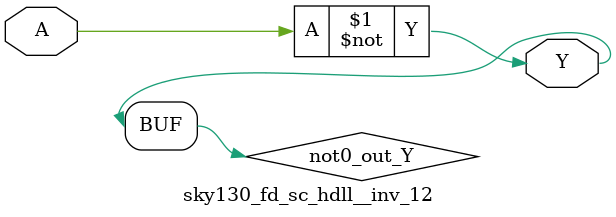
<source format=v>
/*
 * Copyright 2020 The SkyWater PDK Authors
 *
 * Licensed under the Apache License, Version 2.0 (the "License");
 * you may not use this file except in compliance with the License.
 * You may obtain a copy of the License at
 *
 *     https://www.apache.org/licenses/LICENSE-2.0
 *
 * Unless required by applicable law or agreed to in writing, software
 * distributed under the License is distributed on an "AS IS" BASIS,
 * WITHOUT WARRANTIES OR CONDITIONS OF ANY KIND, either express or implied.
 * See the License for the specific language governing permissions and
 * limitations under the License.
 *
 * SPDX-License-Identifier: Apache-2.0
*/


`ifndef SKY130_FD_SC_HDLL__INV_12_FUNCTIONAL_V
`define SKY130_FD_SC_HDLL__INV_12_FUNCTIONAL_V

/**
 * inv: Inverter.
 *
 * Verilog simulation functional model.
 */

`timescale 1ns / 1ps
`default_nettype none

`celldefine
module sky130_fd_sc_hdll__inv_12 (
    Y,
    A
);

    // Module ports
    output Y;
    input  A;

    // Local signals
    wire not0_out_Y;

    //  Name  Output      Other arguments
    not not0 (not0_out_Y, A              );
    buf buf0 (Y         , not0_out_Y     );

endmodule
`endcelldefine

`default_nettype wire
`endif  // SKY130_FD_SC_HDLL__INV_12_FUNCTIONAL_V

</source>
